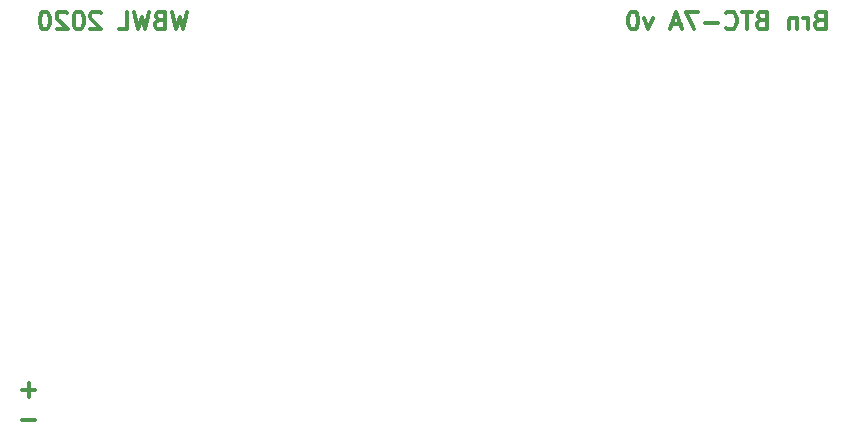
<source format=gbr>
%TF.GenerationSoftware,KiCad,Pcbnew,(5.1.6)-1*%
%TF.CreationDate,2021-04-07T20:28:44-04:00*%
%TF.ProjectId,2020-11-09-Browning-Recon-Force-Advantage-White-LED,32303230-2d31-4312-9d30-392d42726f77,rev?*%
%TF.SameCoordinates,Original*%
%TF.FileFunction,Legend,Bot*%
%TF.FilePolarity,Positive*%
%FSLAX46Y46*%
G04 Gerber Fmt 4.6, Leading zero omitted, Abs format (unit mm)*
G04 Created by KiCad (PCBNEW (5.1.6)-1) date 2021-04-07 20:28:44*
%MOMM*%
%LPD*%
G01*
G04 APERTURE LIST*
%ADD10C,0.300000*%
G04 APERTURE END LIST*
D10*
X132778571Y-101707142D02*
X133921428Y-101707142D01*
X133350000Y-102278571D02*
X133350000Y-101135714D01*
X132778571Y-104247142D02*
X133921428Y-104247142D01*
X200321428Y-70392857D02*
X200107142Y-70464285D01*
X200035714Y-70535714D01*
X199964285Y-70678571D01*
X199964285Y-70892857D01*
X200035714Y-71035714D01*
X200107142Y-71107142D01*
X200250000Y-71178571D01*
X200821428Y-71178571D01*
X200821428Y-69678571D01*
X200321428Y-69678571D01*
X200178571Y-69750000D01*
X200107142Y-69821428D01*
X200035714Y-69964285D01*
X200035714Y-70107142D01*
X200107142Y-70250000D01*
X200178571Y-70321428D01*
X200321428Y-70392857D01*
X200821428Y-70392857D01*
X199321428Y-71178571D02*
X199321428Y-70178571D01*
X199321428Y-70464285D02*
X199250000Y-70321428D01*
X199178571Y-70250000D01*
X199035714Y-70178571D01*
X198892857Y-70178571D01*
X198392857Y-70178571D02*
X198392857Y-71178571D01*
X198392857Y-70321428D02*
X198321428Y-70250000D01*
X198178571Y-70178571D01*
X197964285Y-70178571D01*
X197821428Y-70250000D01*
X197750000Y-70392857D01*
X197750000Y-71178571D01*
X195392857Y-70392857D02*
X195178571Y-70464285D01*
X195107142Y-70535714D01*
X195035714Y-70678571D01*
X195035714Y-70892857D01*
X195107142Y-71035714D01*
X195178571Y-71107142D01*
X195321428Y-71178571D01*
X195892857Y-71178571D01*
X195892857Y-69678571D01*
X195392857Y-69678571D01*
X195250000Y-69750000D01*
X195178571Y-69821428D01*
X195107142Y-69964285D01*
X195107142Y-70107142D01*
X195178571Y-70250000D01*
X195250000Y-70321428D01*
X195392857Y-70392857D01*
X195892857Y-70392857D01*
X194607142Y-69678571D02*
X193750000Y-69678571D01*
X194178571Y-71178571D02*
X194178571Y-69678571D01*
X192392857Y-71035714D02*
X192464285Y-71107142D01*
X192678571Y-71178571D01*
X192821428Y-71178571D01*
X193035714Y-71107142D01*
X193178571Y-70964285D01*
X193250000Y-70821428D01*
X193321428Y-70535714D01*
X193321428Y-70321428D01*
X193250000Y-70035714D01*
X193178571Y-69892857D01*
X193035714Y-69750000D01*
X192821428Y-69678571D01*
X192678571Y-69678571D01*
X192464285Y-69750000D01*
X192392857Y-69821428D01*
X191750000Y-70607142D02*
X190607142Y-70607142D01*
X190035714Y-69678571D02*
X189035714Y-69678571D01*
X189678571Y-71178571D01*
X188535714Y-70750000D02*
X187821428Y-70750000D01*
X188678571Y-71178571D02*
X188178571Y-69678571D01*
X187678571Y-71178571D01*
X186178571Y-70178571D02*
X185821428Y-71178571D01*
X185464285Y-70178571D01*
X184607142Y-69678571D02*
X184464285Y-69678571D01*
X184321428Y-69750000D01*
X184250000Y-69821428D01*
X184178571Y-69964285D01*
X184107142Y-70250000D01*
X184107142Y-70607142D01*
X184178571Y-70892857D01*
X184250000Y-71035714D01*
X184321428Y-71107142D01*
X184464285Y-71178571D01*
X184607142Y-71178571D01*
X184750000Y-71107142D01*
X184821428Y-71035714D01*
X184892857Y-70892857D01*
X184964285Y-70607142D01*
X184964285Y-70250000D01*
X184892857Y-69964285D01*
X184821428Y-69821428D01*
X184750000Y-69750000D01*
X184607142Y-69678571D01*
X146785714Y-69678571D02*
X146428571Y-71178571D01*
X146142857Y-70107142D01*
X145857142Y-71178571D01*
X145500000Y-69678571D01*
X144428571Y-70392857D02*
X144214285Y-70464285D01*
X144142857Y-70535714D01*
X144071428Y-70678571D01*
X144071428Y-70892857D01*
X144142857Y-71035714D01*
X144214285Y-71107142D01*
X144357142Y-71178571D01*
X144928571Y-71178571D01*
X144928571Y-69678571D01*
X144428571Y-69678571D01*
X144285714Y-69750000D01*
X144214285Y-69821428D01*
X144142857Y-69964285D01*
X144142857Y-70107142D01*
X144214285Y-70250000D01*
X144285714Y-70321428D01*
X144428571Y-70392857D01*
X144928571Y-70392857D01*
X143571428Y-69678571D02*
X143214285Y-71178571D01*
X142928571Y-70107142D01*
X142642857Y-71178571D01*
X142285714Y-69678571D01*
X141000000Y-71178571D02*
X141714285Y-71178571D01*
X141714285Y-69678571D01*
X139428571Y-69821428D02*
X139357142Y-69750000D01*
X139214285Y-69678571D01*
X138857142Y-69678571D01*
X138714285Y-69750000D01*
X138642857Y-69821428D01*
X138571428Y-69964285D01*
X138571428Y-70107142D01*
X138642857Y-70321428D01*
X139500000Y-71178571D01*
X138571428Y-71178571D01*
X137642857Y-69678571D02*
X137500000Y-69678571D01*
X137357142Y-69750000D01*
X137285714Y-69821428D01*
X137214285Y-69964285D01*
X137142857Y-70250000D01*
X137142857Y-70607142D01*
X137214285Y-70892857D01*
X137285714Y-71035714D01*
X137357142Y-71107142D01*
X137500000Y-71178571D01*
X137642857Y-71178571D01*
X137785714Y-71107142D01*
X137857142Y-71035714D01*
X137928571Y-70892857D01*
X138000000Y-70607142D01*
X138000000Y-70250000D01*
X137928571Y-69964285D01*
X137857142Y-69821428D01*
X137785714Y-69750000D01*
X137642857Y-69678571D01*
X136571428Y-69821428D02*
X136500000Y-69750000D01*
X136357142Y-69678571D01*
X136000000Y-69678571D01*
X135857142Y-69750000D01*
X135785714Y-69821428D01*
X135714285Y-69964285D01*
X135714285Y-70107142D01*
X135785714Y-70321428D01*
X136642857Y-71178571D01*
X135714285Y-71178571D01*
X134785714Y-69678571D02*
X134642857Y-69678571D01*
X134500000Y-69750000D01*
X134428571Y-69821428D01*
X134357142Y-69964285D01*
X134285714Y-70250000D01*
X134285714Y-70607142D01*
X134357142Y-70892857D01*
X134428571Y-71035714D01*
X134500000Y-71107142D01*
X134642857Y-71178571D01*
X134785714Y-71178571D01*
X134928571Y-71107142D01*
X135000000Y-71035714D01*
X135071428Y-70892857D01*
X135142857Y-70607142D01*
X135142857Y-70250000D01*
X135071428Y-69964285D01*
X135000000Y-69821428D01*
X134928571Y-69750000D01*
X134785714Y-69678571D01*
M02*

</source>
